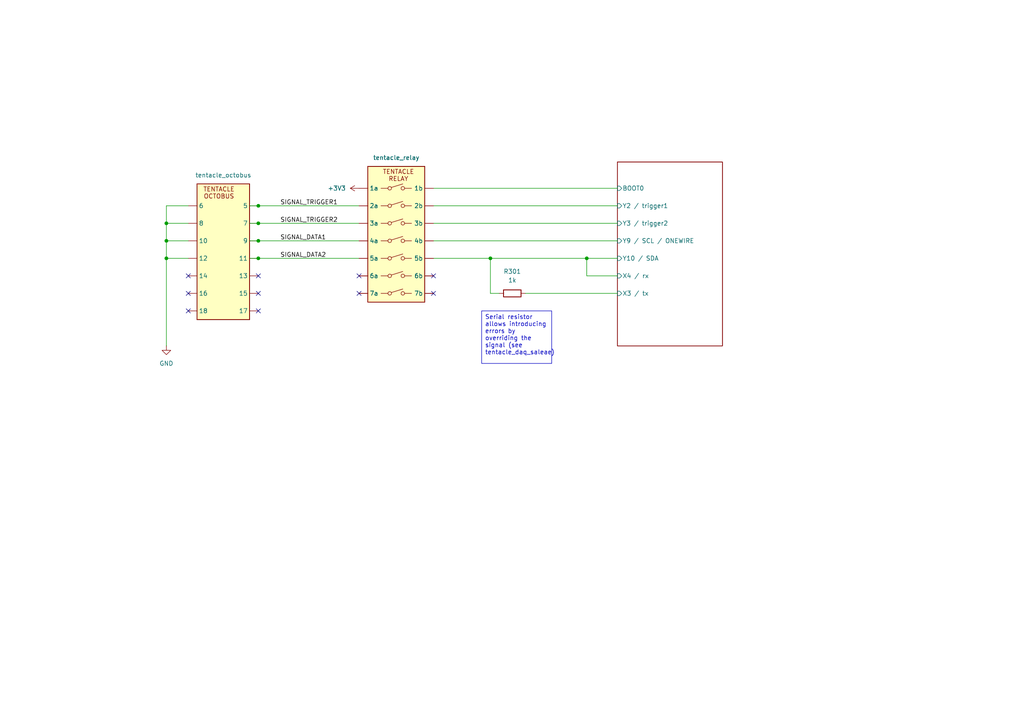
<source format=kicad_sch>
(kicad_sch (version 20231120) (generator "eeschema") (generator_version "8.0")
  (paper "A4")
  (title_block (title "tentacle_MCU_grobotics_pyboard") (date "2024-07-16") (company "Hans Märki, Märki Informatik") (comment 1 "The MIT License (MIT)"))
  (lib_symbols
    (symbol "00_project_library:tentacle_octobus" (pin_numbers hide)
      (property "Reference" "T" (at -27.432 29.718 0))
      (property "Value" "tentacle_octobus" (at 1.27 3.81 0))
      (symbol "tentacle_octobus_1_1"
        (rectangle (start 0 0) (end 15.24 -39.37) (stroke (width 0.254)) (fill (type background)))
        (text "TENTACLE\nOCTOBUS" (at 6.35 -2.54 0) (effects (font (size 1.27 1.27))))
        (pin passive line (at -2.54 -16.51 0) (length 2.54) (name "10") (number "10"))
        (pin passive line (at 17.78 -21.59 180) (length 2.54) (name "11") (number "11"))
        (pin passive line (at -2.54 -21.59 0) (length 2.54) (name "12") (number "12"))
        (pin passive line (at 17.78 -26.67 180) (length 2.54) (name "13") (number "13"))
        (pin passive line (at -2.54 -26.67 0) (length 2.54) (name "14") (number "14"))
        (pin passive line (at 17.78 -31.75 180) (length 2.54) (name "15") (number "15"))
        (pin passive line (at -2.54 -31.75 0) (length 2.54) (name "16") (number "16"))
        (pin passive line (at 17.78 -36.83 180) (length 2.54) (name "17") (number "17"))
        (pin passive line (at -2.54 -36.83 0) (length 2.54) (name "18") (number "18"))
        (pin passive line (at 17.78 -6.35 180) (length 2.54) (name "5") (number "5"))
        (pin passive line (at -2.54 -6.35 0) (length 2.54) (name "6") (number "6"))
        (pin passive line (at 17.78 -11.43 180) (length 2.54) (name "7") (number "7"))
        (pin passive line (at -2.54 -11.43 0) (length 2.54) (name "8") (number "8"))
        (pin passive line (at 17.78 -16.51 180) (length 2.54) (name "9") (number "9"))
      )
    )
    (symbol "Device:R" (pin_numbers hide) (pin_names (offset 0))
      (property "Reference" "R" (at 2.032 0 90))
      (property "Value" "R" (at 0 0 90))
      (symbol "R_0_1"
        (rectangle (start -1.016 -2.54) (end 1.016 2.54) (stroke (width 0.254)))
      )
      (symbol "R_1_1"
        (pin passive line (at 0 3.81 270) (length 1.27) (name "~") (number "1"))
        (pin passive line (at 0 -3.81 90) (length 1.27) (name "~") (number "2"))
      )
    )
    (symbol "power:+3V3" (power) (pin_numbers hide) (pin_names (offset 0) hide)
      (property "Value" "+3V3" (at 0 3.556 0))
      (symbol "+3V3_0_1"
        (polyline (pts (xy -0.762 1.27) (xy 0 2.54)))
        (polyline (pts (xy 0 0) (xy 0 2.54)))
        (polyline (pts (xy 0 2.54) (xy 0.762 1.27)))
      )
      (symbol "+3V3_1_1"
        (pin power_in line (at 0 0 90) (length 0) (name "~") (number "1"))
      )
    )
    (symbol "power:GND" (power) (pin_numbers hide) (pin_names (offset 0) hide)
      (property "Value" "GND" (at 0 -3.81 0))
      (symbol "GND_0_1"
        (polyline (pts (xy 0 0) (xy 0 -1.27) (xy 1.27 -1.27) (xy 0 -2.54) (xy -1.27 -1.27) (xy 0 -1.27)))
      )
      (symbol "GND_1_1"
        (pin power_in line (at 0 0 270) (length 0) (name "~") (number "1"))
      )
    )
    (symbol "tentacle_relay_1" (pin_numbers hide)
      (property "Reference" "T" (at -27.432 29.718 0))
      (property "Value" "tentacle_relay" (at 3.81 2.54 0))
      (symbol "tentacle_relay_1_0_1"
        (polyline (pts (xy 5.842 -36.83) (xy 3.81 -36.83)))
        (polyline (pts (xy 5.842 -31.75) (xy 3.81 -31.75)))
        (polyline (pts (xy 5.842 -26.67) (xy 3.81 -26.67)))
        (polyline (pts (xy 5.842 -21.59) (xy 3.81 -21.59)))
        (polyline (pts (xy 5.842 -16.51) (xy 3.81 -16.51)))
        (polyline (pts (xy 5.842 -11.43) (xy 3.81 -11.43)))
        (polyline (pts (xy 5.842 -6.35) (xy 3.81 -6.35)))
        (polyline (pts (xy 6.858 -36.576) (xy 10.16 -35.56)))
        (polyline (pts (xy 6.858 -31.496) (xy 10.16 -30.48)))
        (polyline (pts (xy 6.858 -26.416) (xy 10.16 -25.4)))
        (polyline (pts (xy 6.858 -21.336) (xy 10.16 -20.32)))
        (polyline (pts (xy 6.858 -16.256) (xy 10.16 -15.24)))
        (polyline (pts (xy 6.858 -11.176) (xy 10.16 -10.16)))
        (polyline (pts (xy 6.858 -6.096) (xy 10.16 -5.08)))
        (polyline (pts (xy 12.7 -36.83) (xy 10.668 -36.83)))
        (polyline (pts (xy 12.7 -31.75) (xy 10.668 -31.75)))
        (polyline (pts (xy 12.7 -26.67) (xy 10.668 -26.67)))
        (polyline (pts (xy 12.7 -21.59) (xy 10.668 -21.59)))
        (polyline (pts (xy 12.7 -16.51) (xy 10.668 -16.51)))
        (polyline (pts (xy 12.7 -11.43) (xy 10.668 -11.43)))
        (polyline (pts (xy 12.7 -6.35) (xy 10.668 -6.35)))
        (circle (center 6.35 -36.83) (radius 0.508))
        (circle (center 6.35 -31.75) (radius 0.508))
        (circle (center 6.35 -26.67) (radius 0.508))
        (circle (center 6.35 -21.59) (radius 0.508))
        (circle (center 6.35 -16.51) (radius 0.508))
        (circle (center 6.35 -11.43) (radius 0.508))
        (circle (center 6.35 -6.35) (radius 0.508))
        (circle (center 10.16 -36.83) (radius 0.508))
        (circle (center 10.16 -31.75) (radius 0.508))
        (circle (center 10.16 -26.67) (radius 0.508))
        (circle (center 10.16 -21.59) (radius 0.508))
        (circle (center 10.16 -16.51) (radius 0.508))
        (circle (center 10.16 -11.43) (radius 0.508))
        (circle (center 10.16 -6.35) (radius 0.508))
      )
      (symbol "tentacle_relay_1_1_1"
        (rectangle (start 0 0) (end 16.51 -39.37) (stroke (width 0.254)) (fill (type background)))
        (text "TENTACLE\nRELAY" (at 8.89 -2.54 0) (effects (font (size 1.27 1.27))))
        (pin passive line (at -2.54 -6.35 0) (length 2.54) (name "1a") (number ""))
        (pin passive line (at 19.05 -6.35 180) (length 2.54) (name "1b") (number ""))
        (pin passive line (at -2.54 -11.43 0) (length 2.54) (name "2a") (number ""))
        (pin passive line (at 19.05 -11.43 180) (length 2.54) (name "2b") (number ""))
        (pin passive line (at -2.54 -16.51 0) (length 2.54) (name "3a") (number ""))
        (pin passive line (at 19.05 -16.51 180) (length 2.54) (name "3b") (number ""))
        (pin passive line (at -2.54 -21.59 0) (length 2.54) (name "4a") (number ""))
        (pin passive line (at 19.05 -21.59 180) (length 2.54) (name "4b") (number ""))
        (pin passive line (at -2.54 -26.67 0) (length 2.54) (name "5a") (number ""))
        (pin passive line (at 19.05 -26.67 180) (length 2.54) (name "5b") (number ""))
        (pin passive line (at -2.54 -31.75 0) (length 2.54) (name "6a") (number ""))
        (pin passive line (at 19.05 -31.75 180) (length 2.54) (name "6b") (number ""))
        (pin passive line (at -2.54 -36.83 0) (length 2.54) (name "7a") (number ""))
        (pin passive line (at 19.05 -36.83 180) (length 2.54) (name "7b") (number ""))
      )
    )
  )
  (junction (at 74.93 69.85))
  (junction (at 48.26 64.77))
  (junction (at 74.93 64.77))
  (junction (at 74.93 74.93))
  (junction (at 48.26 69.85))
  (junction (at 74.93 59.69))
  (junction (at 170.18 74.93))
  (junction (at 48.26 74.93))
  (junction (at 142.24 74.93))
  (no_connect (at 74.93 80.01))
  (no_connect (at 74.93 90.17))
  (no_connect (at 104.14 85.09))
  (no_connect (at 125.73 80.01))
  (no_connect (at 54.61 85.09))
  (no_connect (at 54.61 90.17))
  (no_connect (at 125.73 85.09))
  (no_connect (at 104.14 80.01))
  (no_connect (at 74.93 85.09))
  (no_connect (at 54.61 80.01))
  (wire (pts (xy 48.26 69.85) (xy 48.26 64.77)))
  (wire (pts (xy 48.26 74.93) (xy 54.61 74.93)))
  (wire (pts (xy 74.93 59.69) (xy 104.14 59.69)))
  (wire (pts (xy 170.18 74.93) (xy 179.07 74.93)))
  (wire (pts (xy 48.26 64.77) (xy 48.26 59.69)))
  (wire (pts (xy 125.73 69.85) (xy 179.07 69.85)))
  (wire (pts (xy 152.4 85.09) (xy 179.07 85.09)))
  (wire (pts (xy 48.26 59.69) (xy 54.61 59.69)))
  (wire (pts (xy 72.39 69.85) (xy 74.93 69.85)))
  (wire (pts (xy 48.26 64.77) (xy 54.61 64.77)))
  (wire (pts (xy 170.18 80.01) (xy 170.18 74.93)))
  (wire (pts (xy 125.73 64.77) (xy 179.07 64.77)))
  (wire (pts (xy 74.93 64.77) (xy 104.14 64.77)))
  (wire (pts (xy 74.93 74.93) (xy 104.14 74.93)))
  (wire (pts (xy 48.26 74.93) (xy 48.26 100.33)))
  (wire (pts (xy 125.73 74.93) (xy 142.24 74.93)))
  (wire (pts (xy 74.93 69.85) (xy 104.14 69.85)))
  (wire (pts (xy 142.24 85.09) (xy 142.24 74.93)))
  (wire (pts (xy 142.24 74.93) (xy 170.18 74.93)))
  (wire (pts (xy 144.78 85.09) (xy 142.24 85.09)))
  (wire (pts (xy 179.07 80.01) (xy 170.18 80.01)))
  (wire (pts (xy 48.26 74.93) (xy 48.26 69.85)))
  (wire (pts (xy 72.39 64.77) (xy 74.93 64.77)))
  (wire (pts (xy 72.39 59.69) (xy 74.93 59.69)))
  (wire (pts (xy 125.73 54.61) (xy 179.07 54.61)))
  (wire (pts (xy 72.39 74.93) (xy 74.93 74.93)))
  (wire (pts (xy 125.73 59.69) (xy 179.07 59.69)))
  (wire (pts (xy 48.26 69.85) (xy 54.61 69.85)))
  (text_box "Serial resistor allows introducing errors by overriding the signal (see tentacle_daq_saleae)" (at 139.7 90.17 0) (size 20.32 15.24) (effects (font (size 1.27 1.27)) (justify left top)))
  (text "${SHEETNAME}" (at 71.374 35.306 0) (effects (font (size 2.54 2.54) (thickness 0.508) (bold yes))))
  (label "SIGNAL_DATA2" (at 81.28 74.93 0))
  (label "SIGNAL_DATA1" (at 81.28 69.85 0))
  (label "SIGNAL_TRIGGER1" (at 81.28 59.69 0))
  (label "SIGNAL_TRIGGER2" (at 81.28 64.77 0))
  (symbol (lib_id "00_project_library:tentacle_octobus") (at 57.15 53.34 0) (unit 1)
    (property "Reference" "T301" (effects (hide yes)))
    (property "Value" "tentacle_octobus" (at 64.77 50.8 0))
  )
  (symbol (lib_name "tentacle_relay_1") (lib_id "00_project_library:tentacle_relay") (at 106.68 48.26 0) (unit 1)
    (property "Reference" "T302" (effects (hide yes)))
    (property "Value" "tentacle_relay" (at 114.935 45.72 0))
  )
  (symbol (lib_id "Device:R") (at 148.59 85.09 90) (unit 1)
    (property "Reference" "R301" (at 148.59 78.74 90))
    (property "Value" "1k" (at 148.59 81.28 90))
    (property "Description" "Resistor" (effects (hide yes)))
  )
  (symbol (lib_id "power:GND") (at 48.26 100.33 0) (unit 1)
    (property "Reference" "#PWR0301" (effects (hide yes)))
    (property "Value" "GND" (at 48.26 105.41 0))
    (property "Description" "Power symbol creates a global label with name \"GND\" , ground" (effects (hide yes)))
  )
  (symbol (lib_id "power:+3V3") (at 104.14 54.61 90) (unit 1)
    (property "Reference" "#PWR0302" (effects (hide yes)))
    (property "Value" "+3V3" (at 100.33 54.6099 90) (effects (justify left)))
    (property "Description" "Power symbol creates a global label with name \"+3V3\"" (effects (hide yes)))
  )
  (sheet (at 179.07 46.99) (size 30.48 53.34) (stroke (width 0.1524))
    (property "Sheetname" "pyboard3" (effects (hide yes)))
    (property "Sheetfile" "mcu_pyboard.kicad_sch" (effects (hide yes)))
    (pin "BOOT0" input (at 179.07 54.61 180))
    (pin "Y9 {slash} SCL {slash} ONEWIRE" input (at 179.07 69.85 180))
    (pin "Y10 {slash} SDA" input (at 179.07 74.93 180))
    (pin "Y3 {slash} trigger2" input (at 179.07 64.77 180))
    (pin "Y2 {slash} trigger1" input (at 179.07 59.69 180))
    (pin "X4 {slash} rx" input (at 179.07 80.01 180))
    (pin "X3 {slash} tx" input (at 179.07 85.09 180))
  )
)
</source>
